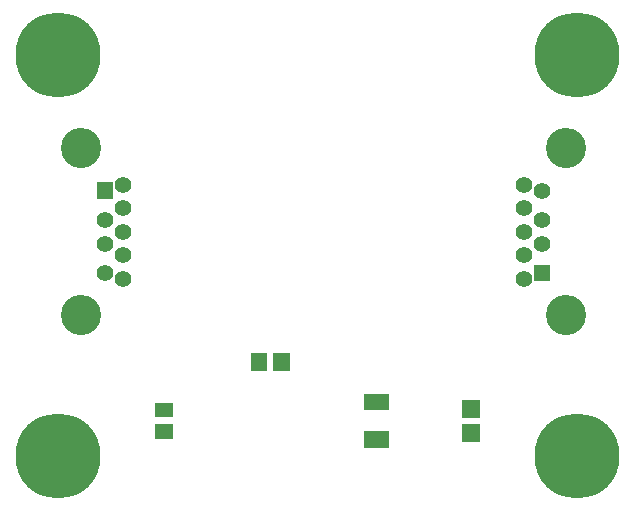
<source format=gts>
G04 Layer: TopSolderMaskLayer*
G04 EasyEDA v6.4.20.6, 2021-08-19T13:16:06+10:00*
G04 9d4605ca98984d129178a5d3578e3ea3,9bf960991b9d4efa812b5d32ee5e6833,10*
G04 Gerber Generator version 0.2*
G04 Scale: 100 percent, Rotated: No, Reflected: No *
G04 Dimensions in millimeters *
G04 leading zeros omitted , absolute positions ,4 integer and 5 decimal *
%FSLAX45Y45*%
%MOMM*%

%ADD28C,3.4032*%
%ADD30C,1.4021*%
%ADD31C,7.2032*%

%LPD*%
G36*
X2027427Y4949952D02*
G01*
X2027427Y5070094D01*
X2172715Y5070094D01*
X2172715Y4949952D01*
G37*
G36*
X2027427Y5129784D02*
G01*
X2027427Y5250179D01*
X2172715Y5250179D01*
X2172715Y5129784D01*
G37*
G36*
X3794759Y5189728D02*
G01*
X3794759Y5330189D01*
X4005072Y5330189D01*
X4005072Y5189728D01*
G37*
G36*
X3794759Y4869942D02*
G01*
X3794759Y5010150D01*
X4005072Y5010150D01*
X4005072Y4869942D01*
G37*
G36*
X4627372Y5127497D02*
G01*
X4627372Y5278628D01*
X4772659Y5278628D01*
X4772659Y5127497D01*
G37*
G36*
X4627372Y4921504D02*
G01*
X4627372Y5072634D01*
X4772659Y5072634D01*
X4772659Y4921504D01*
G37*
G36*
X2835909Y5524754D02*
G01*
X2835909Y5675121D01*
X2976118Y5675121D01*
X2976118Y5524754D01*
G37*
G36*
X3023870Y5524754D02*
G01*
X3023870Y5675121D01*
X3164077Y5675121D01*
X3164077Y5524754D01*
G37*
D28*
G01*
X5499988Y5993104D03*
G01*
X5499988Y7406868D03*
G36*
X5229859Y6279895D02*
G01*
X5229859Y6420104D01*
X5370068Y6420104D01*
X5370068Y6279895D01*
G37*
D30*
G01*
X5300090Y6599910D03*
G01*
X5300090Y6800062D03*
G01*
X5300090Y7049998D03*
G01*
X5149977Y6299936D03*
G01*
X5149977Y6500088D03*
G01*
X5149977Y6699986D03*
G01*
X5149977Y6899884D03*
G01*
X5149977Y7100036D03*
D28*
G01*
X1399997Y7406868D03*
G01*
X1399997Y5993104D03*
G36*
X1529842Y6979920D02*
G01*
X1529842Y7120128D01*
X1670050Y7120128D01*
X1670050Y6979920D01*
G37*
D30*
G01*
X1599895Y6800062D03*
G01*
X1599895Y6599910D03*
G01*
X1599895Y6349974D03*
G01*
X1750009Y7100036D03*
G01*
X1750009Y6899884D03*
G01*
X1750009Y6699986D03*
G01*
X1750009Y6500088D03*
G01*
X1750009Y6299936D03*
D31*
G01*
X1199997Y8200009D03*
G01*
X5599988Y8200009D03*
G01*
X5599988Y4799990D03*
G01*
X1199997Y4799990D03*
M02*

</source>
